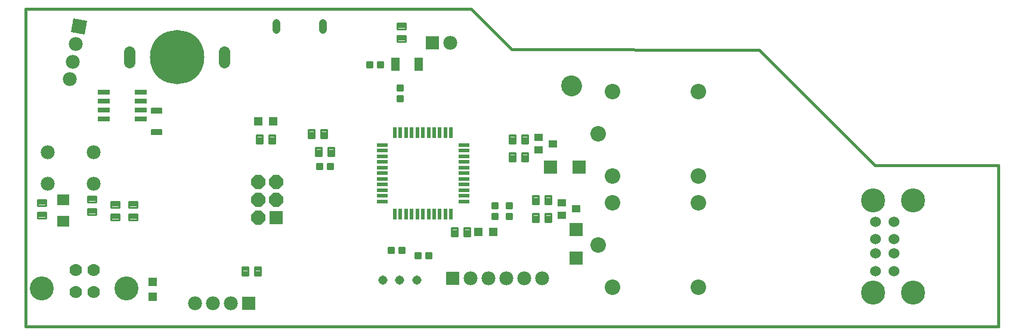
<source format=gts>
G75*
%MOIN*%
%OFA0B0*%
%FSLAX25Y25*%
%IPPOS*%
%LPD*%
%AMOC8*
5,1,8,0,0,1.08239X$1,22.5*
%
%ADD10C,0.01500*%
%ADD11C,0.00000*%
%ADD12C,0.11424*%
%ADD13R,0.07369X0.07487*%
%ADD14C,0.01100*%
%ADD15R,0.04900X0.04400*%
%ADD16C,0.08668*%
%ADD17R,0.07487X0.07369*%
%ADD18R,0.07800X0.07800*%
%ADD19C,0.07800*%
%ADD20R,0.07800X0.07800*%
%ADD21R,0.06900X0.02900*%
%ADD22C,0.00680*%
%ADD23C,0.06400*%
%ADD24C,0.30400*%
%ADD25R,0.06306X0.02369*%
%ADD26R,0.02369X0.06306*%
%ADD27C,0.00975*%
%ADD28R,0.05124X0.07487*%
%ADD29C,0.05156*%
%ADD30C,0.04400*%
%ADD31R,0.05124X0.05124*%
%ADD32R,0.07000X0.06400*%
%ADD33OC8,0.07800*%
%ADD34C,0.07000*%
%ADD35C,0.13400*%
%ADD36C,0.13455*%
%ADD37C,0.06022*%
D10*
X0001750Y0006000D02*
X0545321Y0006000D01*
X0545321Y0096512D01*
X0476238Y0096512D01*
X0411750Y0161000D01*
X0273404Y0161512D01*
X0250864Y0184051D01*
X0001750Y0184051D01*
X0001750Y0006000D01*
D11*
X0301238Y0141000D02*
X0301240Y0141148D01*
X0301246Y0141296D01*
X0301256Y0141444D01*
X0301270Y0141591D01*
X0301288Y0141738D01*
X0301309Y0141884D01*
X0301335Y0142030D01*
X0301365Y0142175D01*
X0301398Y0142319D01*
X0301436Y0142462D01*
X0301477Y0142604D01*
X0301522Y0142745D01*
X0301570Y0142885D01*
X0301623Y0143024D01*
X0301679Y0143161D01*
X0301739Y0143296D01*
X0301802Y0143430D01*
X0301869Y0143562D01*
X0301940Y0143692D01*
X0302014Y0143820D01*
X0302091Y0143946D01*
X0302172Y0144070D01*
X0302256Y0144192D01*
X0302343Y0144311D01*
X0302434Y0144428D01*
X0302528Y0144543D01*
X0302624Y0144655D01*
X0302724Y0144765D01*
X0302826Y0144871D01*
X0302932Y0144975D01*
X0303040Y0145076D01*
X0303151Y0145174D01*
X0303264Y0145270D01*
X0303380Y0145362D01*
X0303498Y0145451D01*
X0303619Y0145536D01*
X0303742Y0145619D01*
X0303867Y0145698D01*
X0303994Y0145774D01*
X0304123Y0145846D01*
X0304254Y0145915D01*
X0304387Y0145980D01*
X0304522Y0146041D01*
X0304658Y0146099D01*
X0304795Y0146154D01*
X0304934Y0146204D01*
X0305075Y0146251D01*
X0305216Y0146294D01*
X0305359Y0146334D01*
X0305503Y0146369D01*
X0305647Y0146401D01*
X0305793Y0146428D01*
X0305939Y0146452D01*
X0306086Y0146472D01*
X0306233Y0146488D01*
X0306380Y0146500D01*
X0306528Y0146508D01*
X0306676Y0146512D01*
X0306824Y0146512D01*
X0306972Y0146508D01*
X0307120Y0146500D01*
X0307267Y0146488D01*
X0307414Y0146472D01*
X0307561Y0146452D01*
X0307707Y0146428D01*
X0307853Y0146401D01*
X0307997Y0146369D01*
X0308141Y0146334D01*
X0308284Y0146294D01*
X0308425Y0146251D01*
X0308566Y0146204D01*
X0308705Y0146154D01*
X0308842Y0146099D01*
X0308978Y0146041D01*
X0309113Y0145980D01*
X0309246Y0145915D01*
X0309377Y0145846D01*
X0309506Y0145774D01*
X0309633Y0145698D01*
X0309758Y0145619D01*
X0309881Y0145536D01*
X0310002Y0145451D01*
X0310120Y0145362D01*
X0310236Y0145270D01*
X0310349Y0145174D01*
X0310460Y0145076D01*
X0310568Y0144975D01*
X0310674Y0144871D01*
X0310776Y0144765D01*
X0310876Y0144655D01*
X0310972Y0144543D01*
X0311066Y0144428D01*
X0311157Y0144311D01*
X0311244Y0144192D01*
X0311328Y0144070D01*
X0311409Y0143946D01*
X0311486Y0143820D01*
X0311560Y0143692D01*
X0311631Y0143562D01*
X0311698Y0143430D01*
X0311761Y0143296D01*
X0311821Y0143161D01*
X0311877Y0143024D01*
X0311930Y0142885D01*
X0311978Y0142745D01*
X0312023Y0142604D01*
X0312064Y0142462D01*
X0312102Y0142319D01*
X0312135Y0142175D01*
X0312165Y0142030D01*
X0312191Y0141884D01*
X0312212Y0141738D01*
X0312230Y0141591D01*
X0312244Y0141444D01*
X0312254Y0141296D01*
X0312260Y0141148D01*
X0312262Y0141000D01*
X0312260Y0140852D01*
X0312254Y0140704D01*
X0312244Y0140556D01*
X0312230Y0140409D01*
X0312212Y0140262D01*
X0312191Y0140116D01*
X0312165Y0139970D01*
X0312135Y0139825D01*
X0312102Y0139681D01*
X0312064Y0139538D01*
X0312023Y0139396D01*
X0311978Y0139255D01*
X0311930Y0139115D01*
X0311877Y0138976D01*
X0311821Y0138839D01*
X0311761Y0138704D01*
X0311698Y0138570D01*
X0311631Y0138438D01*
X0311560Y0138308D01*
X0311486Y0138180D01*
X0311409Y0138054D01*
X0311328Y0137930D01*
X0311244Y0137808D01*
X0311157Y0137689D01*
X0311066Y0137572D01*
X0310972Y0137457D01*
X0310876Y0137345D01*
X0310776Y0137235D01*
X0310674Y0137129D01*
X0310568Y0137025D01*
X0310460Y0136924D01*
X0310349Y0136826D01*
X0310236Y0136730D01*
X0310120Y0136638D01*
X0310002Y0136549D01*
X0309881Y0136464D01*
X0309758Y0136381D01*
X0309633Y0136302D01*
X0309506Y0136226D01*
X0309377Y0136154D01*
X0309246Y0136085D01*
X0309113Y0136020D01*
X0308978Y0135959D01*
X0308842Y0135901D01*
X0308705Y0135846D01*
X0308566Y0135796D01*
X0308425Y0135749D01*
X0308284Y0135706D01*
X0308141Y0135666D01*
X0307997Y0135631D01*
X0307853Y0135599D01*
X0307707Y0135572D01*
X0307561Y0135548D01*
X0307414Y0135528D01*
X0307267Y0135512D01*
X0307120Y0135500D01*
X0306972Y0135492D01*
X0306824Y0135488D01*
X0306676Y0135488D01*
X0306528Y0135492D01*
X0306380Y0135500D01*
X0306233Y0135512D01*
X0306086Y0135528D01*
X0305939Y0135548D01*
X0305793Y0135572D01*
X0305647Y0135599D01*
X0305503Y0135631D01*
X0305359Y0135666D01*
X0305216Y0135706D01*
X0305075Y0135749D01*
X0304934Y0135796D01*
X0304795Y0135846D01*
X0304658Y0135901D01*
X0304522Y0135959D01*
X0304387Y0136020D01*
X0304254Y0136085D01*
X0304123Y0136154D01*
X0303994Y0136226D01*
X0303867Y0136302D01*
X0303742Y0136381D01*
X0303619Y0136464D01*
X0303498Y0136549D01*
X0303380Y0136638D01*
X0303264Y0136730D01*
X0303151Y0136826D01*
X0303040Y0136924D01*
X0302932Y0137025D01*
X0302826Y0137129D01*
X0302724Y0137235D01*
X0302624Y0137345D01*
X0302528Y0137457D01*
X0302434Y0137572D01*
X0302343Y0137689D01*
X0302256Y0137808D01*
X0302172Y0137930D01*
X0302091Y0138054D01*
X0302014Y0138180D01*
X0301940Y0138308D01*
X0301869Y0138438D01*
X0301802Y0138570D01*
X0301739Y0138704D01*
X0301679Y0138839D01*
X0301623Y0138976D01*
X0301570Y0139115D01*
X0301522Y0139255D01*
X0301477Y0139396D01*
X0301436Y0139538D01*
X0301398Y0139681D01*
X0301365Y0139825D01*
X0301335Y0139970D01*
X0301309Y0140116D01*
X0301288Y0140262D01*
X0301270Y0140409D01*
X0301256Y0140556D01*
X0301246Y0140704D01*
X0301240Y0140852D01*
X0301238Y0141000D01*
D12*
X0306750Y0141000D03*
D13*
X0309250Y0060539D03*
X0309250Y0044461D03*
D14*
X0295400Y0064600D02*
X0292100Y0064600D01*
X0292100Y0069400D01*
X0295400Y0069400D01*
X0295400Y0064600D01*
X0295400Y0065699D02*
X0292100Y0065699D01*
X0292100Y0066798D02*
X0295400Y0066798D01*
X0295400Y0067897D02*
X0292100Y0067897D01*
X0292100Y0068996D02*
X0295400Y0068996D01*
X0288400Y0064600D02*
X0285100Y0064600D01*
X0285100Y0069400D01*
X0288400Y0069400D01*
X0288400Y0064600D01*
X0288400Y0065699D02*
X0285100Y0065699D01*
X0285100Y0066798D02*
X0288400Y0066798D01*
X0288400Y0067897D02*
X0285100Y0067897D01*
X0285100Y0068996D02*
X0288400Y0068996D01*
X0288400Y0074600D02*
X0285100Y0074600D01*
X0285100Y0079400D01*
X0288400Y0079400D01*
X0288400Y0074600D01*
X0288400Y0075699D02*
X0285100Y0075699D01*
X0285100Y0076798D02*
X0288400Y0076798D01*
X0288400Y0077897D02*
X0285100Y0077897D01*
X0285100Y0078996D02*
X0288400Y0078996D01*
X0292100Y0074600D02*
X0295400Y0074600D01*
X0292100Y0074600D02*
X0292100Y0079400D01*
X0295400Y0079400D01*
X0295400Y0074600D01*
X0295400Y0075699D02*
X0292100Y0075699D01*
X0292100Y0076798D02*
X0295400Y0076798D01*
X0295400Y0077897D02*
X0292100Y0077897D01*
X0292100Y0078996D02*
X0295400Y0078996D01*
X0282400Y0098600D02*
X0279100Y0098600D01*
X0279100Y0103400D01*
X0282400Y0103400D01*
X0282400Y0098600D01*
X0282400Y0099699D02*
X0279100Y0099699D01*
X0279100Y0100798D02*
X0282400Y0100798D01*
X0282400Y0101897D02*
X0279100Y0101897D01*
X0279100Y0102996D02*
X0282400Y0102996D01*
X0275400Y0098600D02*
X0272100Y0098600D01*
X0272100Y0103400D01*
X0275400Y0103400D01*
X0275400Y0098600D01*
X0275400Y0099699D02*
X0272100Y0099699D01*
X0272100Y0100798D02*
X0275400Y0100798D01*
X0275400Y0101897D02*
X0272100Y0101897D01*
X0272100Y0102996D02*
X0275400Y0102996D01*
X0275400Y0108600D02*
X0272100Y0108600D01*
X0272100Y0113400D01*
X0275400Y0113400D01*
X0275400Y0108600D01*
X0275400Y0109699D02*
X0272100Y0109699D01*
X0272100Y0110798D02*
X0275400Y0110798D01*
X0275400Y0111897D02*
X0272100Y0111897D01*
X0272100Y0112996D02*
X0275400Y0112996D01*
X0279100Y0108600D02*
X0282400Y0108600D01*
X0279100Y0108600D02*
X0279100Y0113400D01*
X0282400Y0113400D01*
X0282400Y0108600D01*
X0282400Y0109699D02*
X0279100Y0109699D01*
X0279100Y0110798D02*
X0282400Y0110798D01*
X0282400Y0111897D02*
X0279100Y0111897D01*
X0279100Y0112996D02*
X0282400Y0112996D01*
X0173900Y0101600D02*
X0170600Y0101600D01*
X0170600Y0106400D01*
X0173900Y0106400D01*
X0173900Y0101600D01*
X0173900Y0102699D02*
X0170600Y0102699D01*
X0170600Y0103798D02*
X0173900Y0103798D01*
X0173900Y0104897D02*
X0170600Y0104897D01*
X0170600Y0105996D02*
X0173900Y0105996D01*
X0166900Y0101600D02*
X0163600Y0101600D01*
X0163600Y0106400D01*
X0166900Y0106400D01*
X0166900Y0101600D01*
X0166900Y0102699D02*
X0163600Y0102699D01*
X0163600Y0103798D02*
X0166900Y0103798D01*
X0166900Y0104897D02*
X0163600Y0104897D01*
X0163600Y0105996D02*
X0166900Y0105996D01*
X0166600Y0116400D02*
X0169900Y0116400D01*
X0169900Y0111600D01*
X0166600Y0111600D01*
X0166600Y0116400D01*
X0166600Y0112699D02*
X0169900Y0112699D01*
X0169900Y0113798D02*
X0166600Y0113798D01*
X0166600Y0114897D02*
X0169900Y0114897D01*
X0169900Y0115996D02*
X0166600Y0115996D01*
X0162900Y0116400D02*
X0159600Y0116400D01*
X0162900Y0116400D02*
X0162900Y0111600D01*
X0159600Y0111600D01*
X0159600Y0116400D01*
X0159600Y0112699D02*
X0162900Y0112699D01*
X0162900Y0113798D02*
X0159600Y0113798D01*
X0159600Y0114897D02*
X0162900Y0114897D01*
X0162900Y0115996D02*
X0159600Y0115996D01*
X0140900Y0108600D02*
X0137600Y0108600D01*
X0137600Y0113400D01*
X0140900Y0113400D01*
X0140900Y0108600D01*
X0140900Y0109699D02*
X0137600Y0109699D01*
X0137600Y0110798D02*
X0140900Y0110798D01*
X0140900Y0111897D02*
X0137600Y0111897D01*
X0137600Y0112996D02*
X0140900Y0112996D01*
X0133900Y0108600D02*
X0130600Y0108600D01*
X0130600Y0113400D01*
X0133900Y0113400D01*
X0133900Y0108600D01*
X0133900Y0109699D02*
X0130600Y0109699D01*
X0130600Y0110798D02*
X0133900Y0110798D01*
X0133900Y0111897D02*
X0130600Y0111897D01*
X0130600Y0112996D02*
X0133900Y0112996D01*
X0041150Y0079150D02*
X0041150Y0075850D01*
X0036350Y0075850D01*
X0036350Y0079150D01*
X0041150Y0079150D01*
X0041150Y0076949D02*
X0036350Y0076949D01*
X0036350Y0078048D02*
X0041150Y0078048D01*
X0041150Y0079147D02*
X0036350Y0079147D01*
X0054150Y0076150D02*
X0054150Y0072850D01*
X0049350Y0072850D01*
X0049350Y0076150D01*
X0054150Y0076150D01*
X0054150Y0073949D02*
X0049350Y0073949D01*
X0049350Y0075048D02*
X0054150Y0075048D01*
X0054150Y0076147D02*
X0049350Y0076147D01*
X0041150Y0072150D02*
X0041150Y0068850D01*
X0036350Y0068850D01*
X0036350Y0072150D01*
X0041150Y0072150D01*
X0041150Y0069949D02*
X0036350Y0069949D01*
X0036350Y0071048D02*
X0041150Y0071048D01*
X0041150Y0072147D02*
X0036350Y0072147D01*
X0054150Y0069150D02*
X0054150Y0065850D01*
X0049350Y0065850D01*
X0049350Y0069150D01*
X0054150Y0069150D01*
X0054150Y0066949D02*
X0049350Y0066949D01*
X0049350Y0068048D02*
X0054150Y0068048D01*
X0054150Y0069147D02*
X0049350Y0069147D01*
X0064150Y0069150D02*
X0064150Y0065850D01*
X0059350Y0065850D01*
X0059350Y0069150D01*
X0064150Y0069150D01*
X0064150Y0066949D02*
X0059350Y0066949D01*
X0059350Y0068048D02*
X0064150Y0068048D01*
X0064150Y0069147D02*
X0059350Y0069147D01*
X0064150Y0072850D02*
X0064150Y0076150D01*
X0064150Y0072850D02*
X0059350Y0072850D01*
X0059350Y0076150D01*
X0064150Y0076150D01*
X0064150Y0073949D02*
X0059350Y0073949D01*
X0059350Y0075048D02*
X0064150Y0075048D01*
X0064150Y0076147D02*
X0059350Y0076147D01*
X0013150Y0077150D02*
X0013150Y0073850D01*
X0008350Y0073850D01*
X0008350Y0077150D01*
X0013150Y0077150D01*
X0013150Y0074949D02*
X0008350Y0074949D01*
X0008350Y0076048D02*
X0013150Y0076048D01*
X0013150Y0077147D02*
X0008350Y0077147D01*
X0013150Y0070150D02*
X0013150Y0066850D01*
X0008350Y0066850D01*
X0008350Y0070150D01*
X0013150Y0070150D01*
X0013150Y0067949D02*
X0008350Y0067949D01*
X0008350Y0069048D02*
X0013150Y0069048D01*
X0013150Y0070147D02*
X0008350Y0070147D01*
X0122628Y0034694D02*
X0125928Y0034694D01*
X0122628Y0034694D02*
X0122628Y0039494D01*
X0125928Y0039494D01*
X0125928Y0034694D01*
X0125928Y0035793D02*
X0122628Y0035793D01*
X0122628Y0036892D02*
X0125928Y0036892D01*
X0125928Y0037991D02*
X0122628Y0037991D01*
X0122628Y0039090D02*
X0125928Y0039090D01*
X0129628Y0034694D02*
X0132928Y0034694D01*
X0129628Y0034694D02*
X0129628Y0039494D01*
X0132928Y0039494D01*
X0132928Y0034694D01*
X0132928Y0035793D02*
X0129628Y0035793D01*
X0129628Y0036892D02*
X0132928Y0036892D01*
X0132928Y0037991D02*
X0129628Y0037991D01*
X0129628Y0039090D02*
X0132928Y0039090D01*
X0239600Y0061400D02*
X0242900Y0061400D01*
X0242900Y0056600D01*
X0239600Y0056600D01*
X0239600Y0061400D01*
X0239600Y0057699D02*
X0242900Y0057699D01*
X0242900Y0058798D02*
X0239600Y0058798D01*
X0239600Y0059897D02*
X0242900Y0059897D01*
X0242900Y0060996D02*
X0239600Y0060996D01*
X0246600Y0061400D02*
X0249900Y0061400D01*
X0249900Y0056600D01*
X0246600Y0056600D01*
X0246600Y0061400D01*
X0246600Y0057699D02*
X0249900Y0057699D01*
X0249900Y0058798D02*
X0246600Y0058798D01*
X0246600Y0059897D02*
X0249900Y0059897D01*
X0249900Y0060996D02*
X0246600Y0060996D01*
X0214150Y0165850D02*
X0214150Y0169150D01*
X0214150Y0165850D02*
X0209350Y0165850D01*
X0209350Y0169150D01*
X0214150Y0169150D01*
X0214150Y0166949D02*
X0209350Y0166949D01*
X0209350Y0168048D02*
X0214150Y0168048D01*
X0214150Y0169147D02*
X0209350Y0169147D01*
X0214150Y0172850D02*
X0214150Y0176150D01*
X0214150Y0172850D02*
X0209350Y0172850D01*
X0209350Y0176150D01*
X0214150Y0176150D01*
X0214150Y0173949D02*
X0209350Y0173949D01*
X0209350Y0175048D02*
X0214150Y0175048D01*
X0214150Y0176147D02*
X0209350Y0176147D01*
D15*
X0288250Y0112000D03*
X0296250Y0108500D03*
X0288250Y0105000D03*
X0301250Y0075500D03*
X0309250Y0072000D03*
X0301250Y0068500D03*
D16*
X0329604Y0075311D03*
X0329604Y0090567D03*
X0377636Y0090567D03*
X0377636Y0075311D03*
X0321730Y0051689D03*
X0329604Y0028067D03*
X0377636Y0028067D03*
X0321730Y0114189D03*
X0329604Y0137811D03*
X0377636Y0137811D03*
D17*
X0310978Y0095437D03*
X0294900Y0095437D03*
D18*
X0141750Y0067000D03*
X0240250Y0032937D03*
X0126376Y0019228D03*
X0229156Y0164937D03*
D19*
X0239156Y0164937D03*
X0039550Y0103900D03*
X0013950Y0103900D03*
X0013950Y0086100D03*
X0039550Y0086100D03*
X0026305Y0144649D03*
X0028041Y0154497D03*
X0029778Y0164345D03*
X0250250Y0032937D03*
X0260250Y0032937D03*
X0270250Y0032937D03*
X0280250Y0032937D03*
X0290250Y0032937D03*
X0116376Y0019228D03*
X0106376Y0019228D03*
X0096376Y0019228D03*
D20*
G36*
X0026997Y0171030D02*
X0028351Y0178710D01*
X0036031Y0177356D01*
X0034677Y0169676D01*
X0026997Y0171030D01*
G37*
D21*
X0045450Y0137500D03*
X0045450Y0132500D03*
X0045450Y0127500D03*
X0045450Y0122500D03*
X0066050Y0122500D03*
X0066050Y0127500D03*
X0066050Y0132500D03*
X0066050Y0137500D03*
D22*
X0071890Y0125640D02*
X0077610Y0125640D01*
X0071890Y0125640D02*
X0071890Y0128360D01*
X0077610Y0128360D01*
X0077610Y0125640D01*
X0077610Y0126319D02*
X0071890Y0126319D01*
X0071890Y0126998D02*
X0077610Y0126998D01*
X0077610Y0127677D02*
X0071890Y0127677D01*
X0071890Y0128356D02*
X0077610Y0128356D01*
X0077610Y0113640D02*
X0071890Y0113640D01*
X0071890Y0116360D01*
X0077610Y0116360D01*
X0077610Y0113640D01*
X0077610Y0114319D02*
X0071890Y0114319D01*
X0071890Y0114998D02*
X0077610Y0114998D01*
X0077610Y0115677D02*
X0071890Y0115677D01*
X0071890Y0116356D02*
X0077610Y0116356D01*
D23*
X0059750Y0154000D02*
X0059750Y0160000D01*
X0112750Y0160000D02*
X0112750Y0154000D01*
D24*
X0086250Y0157000D03*
D25*
X0200915Y0107748D03*
X0200915Y0104598D03*
X0200915Y0101449D03*
X0200915Y0098299D03*
X0200915Y0095150D03*
X0200915Y0092000D03*
X0200915Y0088850D03*
X0200915Y0085701D03*
X0200915Y0082551D03*
X0200915Y0079402D03*
X0200915Y0076252D03*
X0246585Y0076252D03*
X0246585Y0079402D03*
X0246585Y0082551D03*
X0246585Y0085701D03*
X0246585Y0088850D03*
X0246585Y0092000D03*
X0246585Y0095150D03*
X0246585Y0098299D03*
X0246585Y0101449D03*
X0246585Y0104598D03*
X0246585Y0107748D03*
D26*
X0239498Y0114835D03*
X0236348Y0114835D03*
X0233199Y0114835D03*
X0230049Y0114835D03*
X0226900Y0114835D03*
X0223750Y0114835D03*
X0220600Y0114835D03*
X0217451Y0114835D03*
X0214301Y0114835D03*
X0211152Y0114835D03*
X0208002Y0114835D03*
X0208002Y0069165D03*
X0211152Y0069165D03*
X0214301Y0069165D03*
X0217451Y0069165D03*
X0220600Y0069165D03*
X0223750Y0069165D03*
X0226900Y0069165D03*
X0230049Y0069165D03*
X0233199Y0069165D03*
X0236348Y0069165D03*
X0239498Y0069165D03*
D27*
X0262287Y0069463D02*
X0262287Y0066537D01*
X0262287Y0069463D02*
X0265213Y0069463D01*
X0265213Y0066537D01*
X0262287Y0066537D01*
X0262287Y0067511D02*
X0265213Y0067511D01*
X0265213Y0068485D02*
X0262287Y0068485D01*
X0262287Y0069459D02*
X0265213Y0069459D01*
X0270287Y0069463D02*
X0270287Y0066537D01*
X0270287Y0069463D02*
X0273213Y0069463D01*
X0273213Y0066537D01*
X0270287Y0066537D01*
X0270287Y0067511D02*
X0273213Y0067511D01*
X0273213Y0068485D02*
X0270287Y0068485D01*
X0270287Y0069459D02*
X0273213Y0069459D01*
X0270287Y0072537D02*
X0270287Y0075463D01*
X0273213Y0075463D01*
X0273213Y0072537D01*
X0270287Y0072537D01*
X0270287Y0073511D02*
X0273213Y0073511D01*
X0273213Y0074485D02*
X0270287Y0074485D01*
X0270287Y0075459D02*
X0273213Y0075459D01*
X0262287Y0075463D02*
X0262287Y0072537D01*
X0262287Y0075463D02*
X0265213Y0075463D01*
X0265213Y0072537D01*
X0262287Y0072537D01*
X0262287Y0073511D02*
X0265213Y0073511D01*
X0265213Y0074485D02*
X0262287Y0074485D01*
X0262287Y0075459D02*
X0265213Y0075459D01*
X0213213Y0047537D02*
X0210287Y0047537D01*
X0210287Y0050463D01*
X0213213Y0050463D01*
X0213213Y0047537D01*
X0213213Y0048511D02*
X0210287Y0048511D01*
X0210287Y0049485D02*
X0213213Y0049485D01*
X0213213Y0050459D02*
X0210287Y0050459D01*
X0207213Y0047537D02*
X0204287Y0047537D01*
X0204287Y0050463D01*
X0207213Y0050463D01*
X0207213Y0047537D01*
X0207213Y0048511D02*
X0204287Y0048511D01*
X0204287Y0049485D02*
X0207213Y0049485D01*
X0207213Y0050459D02*
X0204287Y0050459D01*
X0219287Y0047463D02*
X0222213Y0047463D01*
X0222213Y0044537D01*
X0219287Y0044537D01*
X0219287Y0047463D01*
X0219287Y0045511D02*
X0222213Y0045511D01*
X0222213Y0046485D02*
X0219287Y0046485D01*
X0219287Y0047459D02*
X0222213Y0047459D01*
X0225287Y0047463D02*
X0228213Y0047463D01*
X0228213Y0044537D01*
X0225287Y0044537D01*
X0225287Y0047463D01*
X0225287Y0045511D02*
X0228213Y0045511D01*
X0228213Y0046485D02*
X0225287Y0046485D01*
X0225287Y0047459D02*
X0228213Y0047459D01*
X0173213Y0097463D02*
X0170287Y0097463D01*
X0173213Y0097463D02*
X0173213Y0094537D01*
X0170287Y0094537D01*
X0170287Y0097463D01*
X0170287Y0095511D02*
X0173213Y0095511D01*
X0173213Y0096485D02*
X0170287Y0096485D01*
X0170287Y0097459D02*
X0173213Y0097459D01*
X0167213Y0097463D02*
X0164287Y0097463D01*
X0167213Y0097463D02*
X0167213Y0094537D01*
X0164287Y0094537D01*
X0164287Y0097463D01*
X0164287Y0095511D02*
X0167213Y0095511D01*
X0167213Y0096485D02*
X0164287Y0096485D01*
X0164287Y0097459D02*
X0167213Y0097459D01*
X0212213Y0132537D02*
X0212213Y0135463D01*
X0212213Y0132537D02*
X0209287Y0132537D01*
X0209287Y0135463D01*
X0212213Y0135463D01*
X0212213Y0133511D02*
X0209287Y0133511D01*
X0209287Y0134485D02*
X0212213Y0134485D01*
X0212213Y0135459D02*
X0209287Y0135459D01*
X0212213Y0138537D02*
X0212213Y0141463D01*
X0212213Y0138537D02*
X0209287Y0138537D01*
X0209287Y0141463D01*
X0212213Y0141463D01*
X0212213Y0139511D02*
X0209287Y0139511D01*
X0209287Y0140485D02*
X0212213Y0140485D01*
X0212213Y0141459D02*
X0209287Y0141459D01*
X0201213Y0154463D02*
X0198287Y0154463D01*
X0201213Y0154463D02*
X0201213Y0151537D01*
X0198287Y0151537D01*
X0198287Y0154463D01*
X0198287Y0152511D02*
X0201213Y0152511D01*
X0201213Y0153485D02*
X0198287Y0153485D01*
X0198287Y0154459D02*
X0201213Y0154459D01*
X0195213Y0154463D02*
X0192287Y0154463D01*
X0195213Y0154463D02*
X0195213Y0151537D01*
X0192287Y0151537D01*
X0192287Y0154463D01*
X0192287Y0152511D02*
X0195213Y0152511D01*
X0195213Y0153485D02*
X0192287Y0153485D01*
X0192287Y0154459D02*
X0195213Y0154459D01*
D28*
X0208254Y0153000D03*
X0221246Y0153000D03*
D29*
X0220250Y0032000D03*
X0210644Y0032000D03*
X0201250Y0032000D03*
D30*
X0167742Y0172531D02*
X0167742Y0176531D01*
X0141758Y0176531D02*
X0141758Y0172531D01*
D31*
X0139884Y0121000D03*
X0131616Y0121000D03*
X0254616Y0059000D03*
X0262884Y0059000D03*
X0072750Y0031134D03*
X0072750Y0022866D03*
D32*
X0022750Y0065000D03*
X0022750Y0077000D03*
D33*
X0131750Y0077000D03*
X0141750Y0077000D03*
X0141750Y0087000D03*
X0131750Y0087000D03*
X0131750Y0067000D03*
D34*
X0039550Y0037900D03*
X0029750Y0037900D03*
X0029750Y0025300D03*
X0039550Y0025300D03*
D35*
X0058150Y0027300D03*
X0010750Y0027300D03*
D36*
X0475388Y0025134D03*
X0497750Y0025134D03*
X0497750Y0076866D03*
X0475388Y0076866D03*
D37*
X0476766Y0064780D03*
X0487081Y0064780D03*
X0487081Y0054937D03*
X0476766Y0054937D03*
X0476766Y0047063D03*
X0487081Y0047063D03*
X0487081Y0037220D03*
X0476766Y0037220D03*
M02*

</source>
